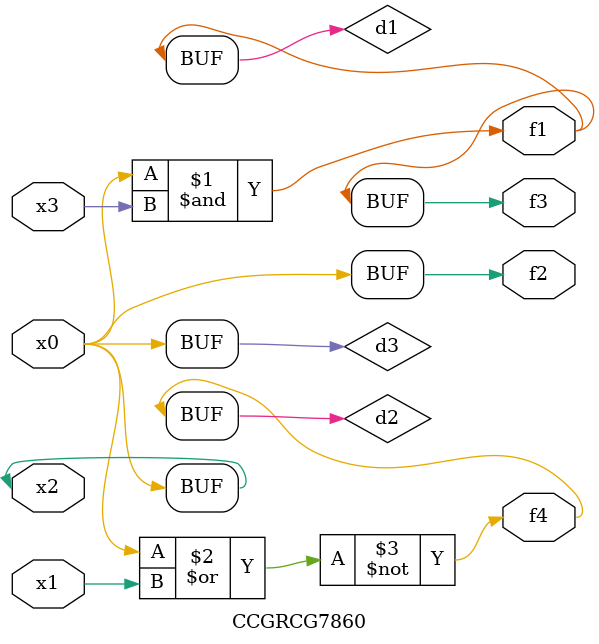
<source format=v>
module CCGRCG7860(
	input x0, x1, x2, x3,
	output f1, f2, f3, f4
);

	wire d1, d2, d3;

	and (d1, x2, x3);
	nor (d2, x0, x1);
	buf (d3, x0, x2);
	assign f1 = d1;
	assign f2 = d3;
	assign f3 = d1;
	assign f4 = d2;
endmodule

</source>
